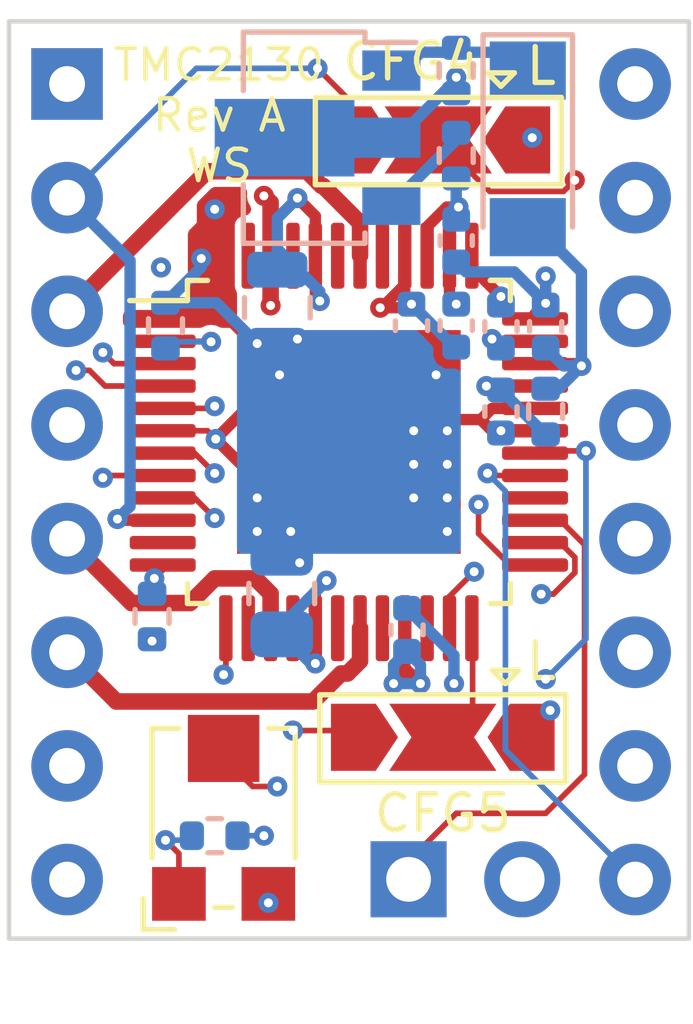
<source format=kicad_pcb>
(kicad_pcb (version 20211014) (generator pcbnew)
  (layers (0 "F.Cu" signal) (1 "In1.Cu" signal "In1_GND.Cu") (2 "In2.Cu" signal "In2_SIG.Cu") (3 "In3.Cu" signal "In3_GND.Cu") (4 "In4.Cu" signal "In4_SIG.Cu") (31 "B.Cu" signal) (34 "B.Paste" user) (35 "F.Paste" user) (36 "B.SilkS" user "B.Silkscreen") (37 "F.SilkS" user "F.Silkscreen") (38 "B.Mask" user) (39 "F.Mask" user) (44 "Edge.Cuts" user))
  (property "AUTHOR" "Winnie Szeto")
  (property "PROJECT_REVISION" "A01")
  (property "PROJECT_TITLE" "WS Template Project")
  (net 0 "")
  (net 1 "GND")
  (net 2 "VDD")
  (net 3 "/1B")
  (net 4 "/1A")
  (net 5 "/2A")
  (net 6 "/2B")
  (net 7 "Vdrive")
  (net 8 "/CFG6")
  (net 9 "/MS1")
  (net 10 "/MS2")
  (net 11 "/MS3")
  (net 12 "/CFG0")
  (net 13 "/DC0")
  (net 14 "/STEP")
  (net 15 "/DIR")
  (net 16 "+5V")
  (net 17 "VCC")
  (net 18 "/VSA")
  (net 19 "Net-(C4-Pad1)")
  (net 20 "Net-(C4-Pad2)")
  (net 21 "Net-(C5-Pad2)")
  (net 22 "Net-(D1-Pad1)")
  (net 23 "/DIAG1")
  (net 24 "/DIAG0")
  (net 25 "/CFG5")
  (net 26 "/CFG4")
  (net 27 "Net-(Q1-Pad3)")
  (net 28 "/SPI_MODE")
  (net 29 "/CLK")
  (net 30 "Net-(R3-Pad2)")
  (net 31 "Net-(R7-Pad1)")
  (net 32 "Net-(R8-Pad2)")
  (net 33 "/IREF")
  (footprint "Package_QFP:TQFP-48-1EP_7x7mm_P0.5mm_EP5x5mm" (layer "F.Cu") (at 122.3 94)
    (fp_text reference "U1" hide)
    (fp_text value "TMC2130-TA")
    (fp_line (start 3.61 -3.61) (end 3.61 -3.16) (layer "F.SilkS") (width 0.12))
    (fp_line (start -3.61 -3.16) (end -4.9 -3.16) (layer "F.SilkS") (width 0.12))
    (fp_line (start -3.61 3.61) (end -3.61 3.16) (layer "F.SilkS") (width 0.12))
    (fp_line (start 3.16 -3.61) (end 3.61 -3.61) (layer "F.SilkS") (width 0.12))
    (fp_line (start 3.61 3.61) (end 3.61 3.16) (layer "F.SilkS") (width 0.12))
    (fp_line (start -3.16 3.61) (end -3.61 3.61) (layer "F.SilkS") (width 0.12))
    (fp_line (start 3.16 3.61) (end 3.61 3.61) (layer "F.SilkS") (width 0.12))
    (fp_line (start -3.61 -3.61) (end -3.61 -3.16) (layer "F.SilkS") (width 0.12))
    (fp_line (start -3.16 -3.61) (end -3.61 -3.61) (layer "F.SilkS") (width 0.12))
    (pad "1" smd roundrect (at -4.1625 -2.75) (size 1.475 0.3) (layers "F.Cu" "F.Paste" "F.Mask") (net 1 "GND"))
    (pad "2" smd roundrect (at -4.1625 -2.25) (size 1.475 0.3) (layers "F.Cu" "F.Paste" "F.Mask") (net 29 "/CLK"))
    (pad "3" smd roundrect (at -4.1625 -1.75) (size 1.475 0.3) (layers "F.Cu" "F.Paste" "F.Mask") (net 11 "/MS3"))
    (pad "4" smd roundrect (at -4.1625 -1.25) (size 1.475 0.3) (layers "F.Cu" "F.Paste" "F.Mask") (net 10 "/MS2"))
    (pad "5" smd roundrect (at -4.1625 -0.75) (size 1.475 0.3) (layers "F.Cu" "F.Paste" "F.Mask") (net 9 "/MS1"))
    (pad "6" smd roundrect (at -4.1625 -0.25) (size 1.475 0.3) (layers "F.Cu" "F.Paste" "F.Mask") (net 1 "GND"))
    (pad "7" smd roundrect (at -4.1625 0.25) (size 1.475 0.3) (layers "F.Cu" "F.Paste" "F.Mask") (net 12 "/CFG0"))
    (pad "8" smd roundrect (at -4.1625 0.75) (size 1.475 0.3) (layers "F.Cu" "F.Paste" "F.Mask") (net 14 "/STEP"))
    (pad "9" smd roundrect (at -4.1625 1.25) (size 1.475 0.3) (layers "F.Cu" "F.Paste" "F.Mask") (net 15 "/DIR"))
    (pad "10" smd roundrect (at -4.1625 1.75) (size 1.475 0.3) (layers "F.Cu" "F.Paste" "F.Mask") (net 2 "VDD"))
    (pad "11" smd roundrect (at -4.1625 2.25) (size 1.475 0.3) (layers "F.Cu" "F.Paste" "F.Mask"))
    (pad "12" smd roundrect (at -4.1625 2.75) (size 1.475 0.3) (layers "F.Cu" "F.Paste" "F.Mask") (net 28 "/SPI_MODE"))
    (pad "13" smd roundrect (at -2.75 4.1625) (size 0.3 1.475) (layers "F.Cu" "F.Paste" "F.Mask") (net 1 "GND"))
    (pad "14" smd roundrect (at -2.25 4.1625) (size 0.3 1.475) (layers "F.Cu" "F.Paste" "F.Mask"))
    (pad "15" smd roundrect (at -1.75 4.1625) (size 0.3 1.475) (layers "F.Cu" "F.Paste" "F.Mask") (net 5 "/2A"))
    (pad "16" smd roundrect (at -1.25 4.1625) (size 0.3 1.475) (layers "F.Cu" "F.Paste" "F.Mask"))
    (pad "17" smd roundrect (at -0.75 4.1625) (size 0.3 1.475) (layers "F.Cu" "F.Paste" "F.Mask") (net 32 "Net-(R8-Pad2)"))
    (pad "18" smd roundrect (at -0.25 4.1625) (size 0.3 1.475) (layers "F.Cu" "F.Paste" "F.Mask"))
    (pad "19" smd roundrect (at 0.25 4.1625) (size 0.3 1.475) (layers "F.Cu" "F.Paste" "F.Mask") (net 6 "/2B"))
    (pad "20" smd roundrect (at 0.75 4.1625) (size 0.3 1.475) (layers "F.Cu" "F.Paste" "F.Mask"))
    (pad "21" smd roundrect (at 1.25 4.1625) (size 0.3 1.475) (layers "F.Cu" "F.Paste" "F.Mask") (net 7 "Vdrive"))
    (pad "22" smd roundrect (at 1.75 4.1625) (size 0.3 1.475) (layers "F.Cu" "F.Paste" "F.Mask"))
    (pad "23" smd roundrect (at 2.25 4.1625) (size 0.3 1.475) (layers "F.Cu" "F.Paste" "F.Mask") (net 13 "/DC0"))
    (pad "24" smd roundrect (at 2.75 4.1625) (size 0.3 1.475) (layers "F.Cu" "F.Paste" "F.Mask") (net 26 "/CFG4"))
    (pad "25" smd roundrect (at 4.1625 2.75) (size 1.475 0.3) (layers "F.Cu" "F.Paste" "F.Mask") (net 25 "/CFG5"))
    (pad "26" smd roundrect (at 4.1625 2.25) (size 1.475 0.3) (layers "F.Cu" "F.Paste" "F.Mask") (net 24 "/DIAG0"))
    (pad "27" smd roundrect (at 4.1625 1.75) (size 1.475 0.3) (layers "F.Cu" "F.Paste" "F.Mask") (net 23 "/DIAG1"))
    (pad "28" smd roundrect (at 4.1625 1.25) (size 1.475 0.3) (layers "F.Cu" "F.Paste" "F.Mask"))
    (pad "29" smd roundrect (at 4.1625 0.75) (size 1.475 0.3) (layers "F.Cu" "F.Paste" "F.Mask") (net 8 "/CFG6"))
    (pad "30" smd roundrect (at 4.1625 0.25) (size 1.475 0.3) (layers "F.Cu" "F.Paste" "F.Mask") (net 33 "/IREF"))
    (pad "31" smd roundrect (at 4.1625 -0.25) (size 1.475 0.3) (layers "F.Cu" "F.Paste" "F.Mask") (net 1 "GND"))
    (pad "32" smd roundrect (at 4.1625 -0.75) (size 1.475 0.3) (layers "F.Cu" "F.Paste" "F.Mask") (net 1 "GND"))
    (pad "33" smd roundrect (at 4.1625 -1.25) (size 1.475 0.3) (layers "F.Cu" "F.Paste" "F.Mask") (net 16 "+5V"))
    (pad "34" smd roundrect (at 4.1625 -1.75) (size 1.475 0.3) (layers "F.Cu" "F.Paste" "F.Mask") (net 17 "VCC"))
    (pad "35" smd roundrect (at 4.1625 -2.25) (size 1.475 0.3) (layers "F.Cu" "F.Paste" "F.Mask") (net 20 "Net-(C4-Pad2)"))
    (pad "36" smd roundrect (at 4.1625 -2.75) (size 1.475 0.3) (layers "F.Cu" "F.Paste" "F.Mask") (net 1 "GND"))
    (pad "37" smd roundrect (at 2.75 -4.1625) (size 0.3 1.475) (layers "F.Cu" "F.Paste" "F.Mask") (net 19 "Net-(C4-Pad1)"))
    (pad "38" smd roundrect (at 2.25 -4.1625) (size 0.3 1.475) (layers "F.Cu" "F.Paste" "F.Mask") (net 21 "Net-(C5-Pad2)"))
    (pad "39" smd roundrect (at 1.75 -4.1625) (size 0.3 1.475) (layers "F.Cu" "F.Paste" "F.Mask") (net 18 "/VSA"))
    (pad "40" smd roundrect (at 1.25 -4.1625) (size 0.3 1.475) (layers "F.Cu" "F.Paste" "F.Mask") (net 7 "Vdrive"))
    (pad "41" smd roundrect (at 0.75 -4.1625) (size 0.3 1.475) (layers "F.Cu" "F.Paste" "F.Mask"))
    (pad "42" smd roundrect (at 0.25 -4.1625) (size 0.3 1.475) (layers "F.Cu" "F.Paste" "F.Mask") (net 3 "/1B"))
    (pad "43" smd roundrect (at -0.25 -4.1625) (size 0.3 1.475) (layers "F.Cu" "F.Paste" "F.Mask"))
    (pad "44" smd roundrect (at -0.75 -4.1625) (size 0.3 1.475) (layers "F.Cu" "F.Paste" "F.Mask") (net 31 "Net-(R7-Pad1)"))
    (pad "45" smd roundrect (at -1.25 -4.1625) (size 0.3 1.475) (layers "F.Cu" "F.Paste" "F.Mask"))
    (pad "46" smd roundrect (at -1.75 -4.1625) (size 0.3 1.475) (layers "F.Cu" "F.Paste" "F.Mask") (net 4 "/1A"))
    (pad "47" smd roundrect (at -2.25 -4.1625) (size 0.3 1.475) (layers "F.Cu" "F.Paste" "F.Mask"))
    (pad "48" smd roundrect (at -2.75 -4.1625) (size 0.3 1.475) (layers "F.Cu" "F.Paste" "F.Mask") (net 1 "GND"))
    (pad "49" smd rect (at 0 0) (size 5 5) (layers "F.Cu" "F.Mask") (net 1 "GND"))
  )
  (footprint "Jumper:SolderJumper-3_P2.0mm_Open_TrianglePad1.0x1.5mm" (layer "F.Cu") (at 124.4 100.6 180)
    (fp_text reference "JP2" hide)
    (fp_text value "CFG4")
    (fp_line (start -2.75 0.95) (end -2.75 -1) (layer "F.SilkS") (width 0.12))
    (fp_line (start -2.75 -1) (end 2.75 -1) (layer "F.SilkS") (width 0.12))
    (fp_line (start -1.1 1.5) (end -1.4 1.2) (layer "F.SilkS") (width 0.12))
    (fp_line (start 2.75 0.95) (end -2.75 0.95) (layer "F.SilkS") (width 0.12))
    (fp_line (start 2.75 -1) (end 2.75 0.95) (layer "F.SilkS") (width 0.12))
    (fp_line (start -1.4 1.2) (end -1.7 1.5) (layer "F.SilkS") (width 0.12))
    (fp_line (start -1.7 1.5) (end -1.1 1.5) (layer "F.SilkS") (width 0.12))
    (pad "1" smd custom (at -2 0 180) (size 0.3 0.3) (layers "F.Cu" "F.Mask") (net 1 "GND") (options (clearance outline) (anchor rect)) (primitives (gr_poly (pts (xy 1 0) (xy 0.5 0.75) (xy -0.5 0.75) (xy -0.5 -0.75) (xy 0.5 -0.75)) (width 0) (fill yes))))
    (pad "2" smd custom (at 0 0 180) (size 0.3 0.3) (layers "F.Cu") (net 26 "/CFG4") (options (clearance outline) (anchor rect)) (primitives (gr_poly (pts (xy 0.7 0) (xy 1.2 0.75) (xy -1.2 0.75) (xy -0.7 0) (xy -1.2 -0.75) (xy 1.2 -0.75)) (width 0) (fill yes))))
    (pad "3" smd custom (at 2 0) (size 0.3 0.3) (layers "F.Cu" "F.Mask") (net 2 "VDD") (options (clearance outline) (anchor rect)) (primitives (gr_poly (pts (xy 1 0) (xy 0.5 0.75) (xy -0.5 0.75) (xy -0.5 -0.75) (xy 0.5 -0.75)) (width 0) (fill yes))))
  )
  (footprint "Connector_PinHeader_2.54mm:PinHeader_1x02_P2.54mm_Vertical" (layer "F.Cu") (at 123.635 103.775 90)
    (fp_text reference "J1" hide)
    (fp_text value "DIAG")
    (pad "1" thru_hole rect (at 0 0 90) (size 1.7 1.7) (drill 1) (layers *.Cu *.Mask) (net 23 "/DIAG1"))
    (pad "2" thru_hole oval (at 0 2.54 90) (size 1.7 1.7) (drill 1) (layers *.Cu *.Mask) (net 24 "/DIAG0"))
  )
  (footprint "Module:Pololu_Breakout-16_15.2x20.3mm" (layer "F.Cu") (at 116 86)
    (fp_text reference "A1" hide)
    (fp_text value "Stepstick")
    (pad "1" thru_hole rect (at 0 0) (size 1.6 1.6) (drill 0.8) (layers *.Cu *.Mask) (net 1 "GND"))
    (pad "2" thru_hole oval (at 0 2.54) (size 1.6 1.6) (drill 0.8) (layers *.Cu *.Mask) (net 2 "VDD"))
    (pad "3" thru_hole oval (at 0 5.08) (size 1.6 1.6) (drill 0.8) (layers *.Cu *.Mask) (net 3 "/1B"))
    (pad "4" thru_hole oval (at 0 7.62) (size 1.6 1.6) (drill 0.8) (layers *.Cu *.Mask) (net 4 "/1A"))
    (pad "5" thru_hole oval (at 0 10.16) (size 1.6 1.6) (drill 0.8) (layers *.Cu *.Mask) (net 5 "/2A"))
    (pad "6" thru_hole oval (at 0 12.7) (size 1.6 1.6) (drill 0.8) (layers *.Cu *.Mask) (net 6 "/2B"))
    (pad "7" thru_hole oval (at 0 15.24) (size 1.6 1.6) (drill 0.8) (layers *.Cu *.Mask) (net 1 "GND"))
    (pad "8" thru_hole oval (at 0 17.78) (size 1.6 1.6) (drill 0.8) (layers *.Cu *.Mask) (net 7 "Vdrive"))
    (pad "9" thru_hole oval (at 12.7 17.78) (size 1.6 1.6) (drill 0.8) (layers *.Cu *.Mask) (net 8 "/CFG6"))
    (pad "10" thru_hole oval (at 12.7 15.24) (size 1.6 1.6) (drill 0.8) (layers *.Cu *.Mask) (net 9 "/MS1"))
    (pad "11" thru_hole oval (at 12.7 12.7) (size 1.6 1.6) (drill 0.8) (layers *.Cu *.Mask) (net 10 "/MS2"))
    (pad "12" thru_hole oval (at 12.7 10.16) (size 1.6 1.6) (drill 0.8) (layers *.Cu *.Mask) (net 11 "/MS3"))
    (pad "13" thru_hole oval (at 12.7 7.62) (size 1.6 1.6) (drill 0.8) (layers *.Cu *.Mask) (net 12 "/CFG0"))
    (pad "14" thru_hole oval (at 12.7 5.08) (size 1.6 1.6) (drill 0.8) (layers *.Cu *.Mask) (net 13 "/DC0"))
    (pad "15" thru_hole oval (at 12.7 2.54) (size 1.6 1.6) (drill 0.8) (layers *.Cu *.Mask) (net 14 "/STEP"))
    (pad "16" thru_hole oval (at 12.7 0) (size 1.6 1.6) (drill 0.8) (layers *.Cu *.Mask) (net 15 "/DIR"))
  )
  (footprint "Potentiometer_SMD:Potentiometer_Bourns_TC33X_Vertical" (layer "F.Cu") (at 119.5 102.3 90)
    (fp_text reference "RV1" hide)
    (fp_text value "20K")
    (fp_line (start 1.9 -1.6) (end 1.9 -1) (layer "F.SilkS") (width 0.12))
    (fp_line (start -1 1.6) (end 1.9 1.6) (layer "F.SilkS") (width 0.12))
    (fp_line (start -1 -1.6) (end 1.9 -1.6) (layer "F.SilkS") (width 0.12))
    (fp_line (start -1.9 -1.8) (end -2.6 -1.8) (layer "F.SilkS") (width 0.12))
    (fp_line (start -2.1 -0.2) (end -2.1 0.2) (layer "F.SilkS") (width 0.12))
    (fp_line (start 1.9 1.6) (end 1.9 1) (layer "F.SilkS") (width 0.12))
    (fp_line (start -2.6 -1.8) (end -2.6 -1.1) (layer "F.SilkS") (width 0.12))
    (pad "1" smd rect (at -1.8 -1 90) (size 1.2 1.2) (layers "F.Cu" "F.Paste" "F.Mask") (net 30 "Net-(R3-Pad2)"))
    (pad "2" smd rect (at 1.45 0 90) (size 1.5 1.6) (layers "F.Cu" "F.Paste" "F.Mask") (net 33 "/IREF"))
    (pad "3" smd rect (at -1.8 1 90) (size 1.2 1.2) (layers "F.Cu" "F.Paste" "F.Mask") (net 1 "GND"))
  )
  (footprint "Jumper:SolderJumper-3_P2.0mm_Open_TrianglePad1.0x1.5mm" (layer "F.Cu") (at 124.3 87.25 180)
    (fp_text reference "JP1" hide)
    (fp_text value "CFG5")
    (fp_line (start 2.75 -1) (end 2.75 0.95) (layer "F.SilkS") (width 0.12))
    (fp_line (start -1.1 1.5) (end -1.4 1.2) (layer "F.SilkS") (width 0.12))
    (fp_line (start -2.75 -1) (end 2.75 -1) (layer "F.SilkS") (width 0.12))
    (fp_line (start -1.4 1.2) (end -1.7 1.5) (layer "F.SilkS") (width 0.12))
    (fp_line (start -2.75 0.95) (end -2.75 -1) (layer "F.SilkS") (width 0.12))
    (fp_line (start -1.7 1.5) (end -1.1 1.5) (layer "F.SilkS") (width 0.12))
    (fp_line (start 2.75 0.95) (end -2.75 0.95) (layer "F.SilkS") (width 0.12))
    (pad "1" smd custom (at -2 0 180) (size 0.3 0.3) (layers "F.Cu" "F.Mask") (net 1 "GND") (options (clearance outline) (anchor rect)) (primitives (gr_poly (pts (xy 1 0) (xy 0.5 0.75) (xy -0.5 0.75) (xy -0.5 -0.75) (xy 0.5 -0.75)) (width 0) (fill yes))))
    (pad "2" smd custom (at 0 0 180) (size 0.3 0.3) (layers "F.Cu") (net 25 "/CFG5") (options (clearance outline) (anchor rect)) (primitives (gr_poly (pts (xy 0.7 0) (xy 1.2 0.75) (xy -1.2 0.75) (xy -0.7 0) (xy -1.2 -0.75) (xy 1.2 -0.75)) (width 0) (fill yes))))
    (pad "3" smd custom (at 2 0) (size 0.3 0.3) (layers "F.Cu" "F.Mask") (net 2 "VDD") (options (clearance outline) (anchor rect)) (primitives (gr_poly (pts (xy 1 0) (xy 0.5 0.75) (xy -0.5 0.75) (xy -0.5 -0.75) (xy 0.5 -0.75)) (width 0) (fill yes))))
  )
  (footprint "Diode_SMD:D_MiniMELF" (layer "B.Cu") (at 126.3 87.45 -90)
    (fp_text reference "D1" hide)
    (fp_text value "5.6V")
    (fp_line (start 1.75 1) (end -2.55 1) (layer "B.SilkS") (width 0.12))
    (fp_line (start -2.55 -1) (end 1.75 -1) (layer "B.SilkS") (width 0.12))
    (fp_line (start -2.55 1) (end -2.55 -1) (layer "B.SilkS") (width 0.12))
    (pad "1" smd rect (at -1.75 0 270) (size 1.3 1.7) (layers "B.Cu" "B.Paste" "B.Mask") (net 22 "Net-(D1-Pad1)"))
    (pad "2" smd rect (at 1.75 0 270) (size 1.3 1.7) (layers "B.Cu" "B.Paste" "B.Mask") (net 17 "VCC"))
  )
  (footprint "Resistor_SMD:R_0402_1005Metric" (layer "B.Cu") (at 118.2 91.4 90)
    (fp_text reference "R2" hide)
    (fp_text value "0R")
    (fp_line (start -0.153641 -0.38) (end 0.153641 -0.38) (layer "B.SilkS") (width 0.12))
    (fp_line (start -0.153641 0.38) (end 0.153641 0.38) (layer "B.SilkS") (width 0.12))
    (pad "1" smd roundrect (at -0.51 0 90) (size 0.54 0.64) (layers "B.Cu" "B.Paste" "B.Mask") (net 29 "/CLK"))
    (pad "2" smd roundrect (at 0.51 0 90) (size 0.54 0.64) (layers "B.Cu" "B.Paste" "B.Mask") (net 1 "GND"))
  )
  (footprint "Resistor_SMD:R_0402_1005Metric" (layer "B.Cu") (at 119.3 102.8 180)
    (fp_text reference "R3" hide)
    (fp_text value "20K")
    (fp_line (start -0.153641 -0.38) (end 0.153641 -0.38) (layer "B.SilkS") (width 0.12))
    (fp_line (start -0.153641 0.38) (end 0.153641 0.38) (layer "B.SilkS") (width 0.12))
    (pad "1" smd roundrect (at -0.51 0 180) (size 0.54 0.64) (layers "B.Cu" "B.Paste" "B.Mask") (net 16 "+5V"))
    (pad "2" smd roundrect (at 0.51 0 180) (size 0.54 0.64) (layers "B.Cu" "B.Paste" "B.Mask") (net 30 "Net-(R3-Pad2)"))
  )
  (footprint "Capacitor_SMD:C_0402_1005Metric" (layer "B.Cu") (at 124.7 89.5 -90)
    (fp_text reference "C3" hide)
    (fp_text value "220nF/16V")
    (fp_line (start -0.107836 0.36) (end 0.107836 0.36) (layer "B.SilkS") (width 0.12))
    (fp_line (start -0.107836 -0.36) (end 0.107836 -0.36) (layer "B.SilkS") (width 0.12))
    (pad "1" smd roundrect (at -0.48 0 270) (size 0.56 0.62) (layers "B.Cu" "B.Paste" "B.Mask") (net 18 "/VSA"))
    (pad "2" smd roundrect (at 0.48 0 270) (size 0.56 0.62) (layers "B.Cu" "B.Paste" "B.Mask") (net 1 "GND"))
  )
  (footprint "Capacitor_SMD:C_0402_1005Metric" (layer "B.Cu") (at 125.7 91.42 -90)
    (fp_text reference "C4" hide)
    (fp_text value "22nF/50V")
    (fp_line (start -0.107836 0.36) (end 0.107836 0.36) (layer "B.SilkS") (width 0.12))
    (fp_line (start -0.107836 -0.36) (end 0.107836 -0.36) (layer "B.SilkS") (width 0.12))
    (pad "1" smd roundrect (at -0.48 0 270) (size 0.56 0.62) (layers "B.Cu" "B.Paste" "B.Mask") (net 19 "Net-(C4-Pad1)"))
    (pad "2" smd roundrect (at 0.48 0 270) (size 0.56 0.62) (layers "B.Cu" "B.Paste" "B.Mask") (net 20 "Net-(C4-Pad2)"))
  )
  (footprint "Resistor_SMD:R_0805_2012Metric" (layer "B.Cu") (at 120.7 91 -90)
    (fp_text reference "R7" hide)
    (fp_text value "0805/0.11R")
    (fp_line (start -0.227064 -0.735) (end 0.227064 -0.735) (layer "B.SilkS") (width 0.12))
    (fp_line (start -0.227064 0.735) (end 0.227064 0.735) (layer "B.SilkS") (width 0.12))
    (pad "1" smd roundrect (at -0.85 0 270) (size 0.8 1.35) (layers "B.Cu" "B.Paste" "B.Mask") (roundrect_rratio 0.243902) (net 31 "Net-(R7-Pad1)"))
    (pad "2" smd roundrect (at 0.85 0 270) (size 0.8 1.35) (layers "B.Cu" "B.Paste" "B.Mask") (roundrect_rratio 0.243902) (net 1 "GND"))
  )
  (footprint "Resistor_SMD:R_0402_1005Metric" (layer "B.Cu") (at 117.9 97.9 -90)
    (fp_text reference "R1" hide)
    (fp_text value "0R")
    (fp_line (start -0.153641 0.38) (end 0.153641 0.38) (layer "B.SilkS") (width 0.12))
    (fp_line (start -0.153641 -0.38) (end 0.153641 -0.38) (layer "B.SilkS") (width 0.12))
    (pad "1" smd roundrect (at -0.51 0 270) (size 0.54 0.64) (layers "B.Cu" "B.Paste" "B.Mask") (net 28 "/SPI_MODE"))
    (pad "2" smd roundrect (at 0.51 0 270) (size 0.54 0.64) (layers "B.Cu" "B.Paste" "B.Mask") (net 1 "GND"))
  )
  (footprint "Capacitor_SMD:C_0402_1005Metric" (layer "B.Cu") (at 126.7 91.42 90)
    (fp_text reference "C2" hide)
    (fp_text value "470nF")
    (fp_line (start -0.107836 -0.36) (end 0.107836 -0.36) (layer "B.SilkS") (width 0.12))
    (fp_line (start -0.107836 0.36) (end 0.107836 0.36) (layer "B.SilkS") (width 0.12))
    (pad "1" smd roundrect (at -0.48 0 90) (size 0.56 0.62) (layers "B.Cu" "B.Paste" "B.Mask") (net 17 "VCC"))
    (pad "2" smd roundrect (at 0.48 0 90) (size 0.56 0.62) (layers "B.Cu" "B.Paste" "B.Mask") (net 1 "GND"))
  )
  (footprint "Resistor_SMD:R_0402_1005Metric" (layer "B.Cu") (at 126.7 93.32 90)
    (fp_text reference "R5" hide)
    (fp_text value "1R")
    (fp_line (start -0.153641 -0.38) (end 0.153641 -0.38) (layer "B.SilkS") (width 0.12))
    (fp_line (start -0.153641 0.38) (end 0.153641 0.38) (layer "B.SilkS") (width 0.12))
    (pad "1" smd roundrect (at -0.51 0 90) (size 0.54 0.64) (layers "B.Cu" "B.Paste" "B.Mask") (net 16 "+5V"))
    (pad "2" smd roundrect (at 0.51 0 90) (size 0.54 0.64) (layers "B.Cu" "B.Paste" "B.Mask") (net 17 "VCC"))
  )
  (footprint "Resistor_SMD:R_0805_2012Metric" (layer "B.Cu") (at 120.8 97.3875 -90)
    (fp_text reference "R8" hide)
    (fp_text value "0805/0.11R")
    (fp_line (start -0.227064 0.735) (end 0.227064 0.735) (layer "B.SilkS") (width 0.12))
    (fp_line (start -0.227064 -0.735) (end 0.227064 -0.735) (layer "B.SilkS") (width 0.12))
    (pad "1" smd roundrect (at -0.9125 0 270) (size 1.025 1.4) (layers "B.Cu" "B.Paste" "B.Mask") (roundrect_rratio 0.243902) (net 1 "GND"))
    (pad "2" smd roundrect (at 0.9125 0 270) (size 1.025 1.4) (layers "B.Cu" "B.Paste" "B.Mask") (roundrect_rratio 0.243902) (net 32 "Net-(R8-Pad2)"))
  )
  (footprint "Capacitor_SMD:C_0402_1005Metric" (layer "B.Cu") (at 125.7 93.32 -90)
    (fp_text reference "C1" hide)
    (fp_text value "4.7uF")
    (fp_line (start -0.107836 0.36) (end 0.107836 0.36) (layer "B.SilkS") (width 0.12))
    (fp_line (start -0.107836 -0.36) (end 0.107836 -0.36) (layer "B.SilkS") (width 0.12))
    (pad "1" smd roundrect (at -0.48 0 270) (size 0.56 0.62) (layers "B.Cu" "B.Paste" "B.Mask") (net 16 "+5V"))
    (pad "2" smd roundrect (at 0.48 0 270) (size 0.56 0.62) (layers "B.Cu" "B.Paste" "B.Mask") (net 1 "GND"))
  )
  (footprint "Capacitor_SMD:C_0402_1005Metric" (layer "B.Cu") (at 124.7 91.4 90)
    (fp_text reference "C5" hide)
    (fp_text value "100nF/16V")
    (fp_line (start -0.107836 -0.36) (end 0.107836 -0.36) (layer "B.SilkS") (width 0.12))
    (fp_line (start -0.107836 0.36) (end 0.107836 0.36) (layer "B.SilkS") (width 0.12))
    (pad "1" smd roundrect (at -0.48 0 90) (size 0.56 0.62) (layers "B.Cu" "B.Paste" "B.Mask") (net 7 "Vdrive"))
    (pad "2" smd roundrect (at 0.48 0 90) (size 0.56 0.62) (layers "B.Cu" "B.Paste" "B.Mask") (net 21 "Net-(C5-Pad2)"))
  )
  (footprint "Capacitor_SMD:C_0402_1005Metric" (layer "B.Cu") (at 123.7 91.4 -90)
    (fp_text reference "C6" hide)
    (fp_text value "100nF")
    (fp_line (start -0.107836 0.36) (end 0.107836 0.36) (layer "B.SilkS") (width 0.12))
    (fp_line (start -0.107836 -0.36) (end 0.107836 -0.36) (layer "B.SilkS") (width 0.12))
    (pad "1" smd roundrect (at -0.48 0 270) (size 0.56 0.62) (layers "B.Cu" "B.Paste" "B.Mask") (net 7 "Vdrive"))
    (pad "2" smd roundrect (at 0.48 0 270) (size 0.56 0.62) (layers "B.Cu" "B.Paste" "B.Mask") (net 1 "GND"))
  )
  (footprint "Package_TO_SOT_SMD:SOT-89-3" (layer "B.Cu") (at 121.6 87.2 180)
    (fp_text reference "Q1" hide)
    (fp_text value "BCX56")
    (fp_line (start -1.06 -2.36) (end -1.06 -2.13) (layer "B.SilkS") (width 0.12))
    (fp_line (start -1.06 2.36) (end 1.66 2.36) (layer "B.SilkS") (width 0.12))
    (fp_line (start 1.66 2.36) (end 1.66 1.05) (layer "B.SilkS") (width 0.12))
    (fp_line (start -2.2 2.13) (end -1.06 2.13) (layer "B.SilkS") (width 0.12))
    (fp_line (start 1.66 -2.36) (end -1.06 -2.36) (layer "B.SilkS") (width 0.12))
    (fp_line (start 1.66 -1.05) (end 1.66 -2.36) (layer "B.SilkS") (width 0.12))
    (fp_line (start -1.06 2.36) (end -1.06 2.13) (layer "B.SilkS") (width 0.12))
    (pad "1" smd rect (at -1.65 1.5 180) (size 1.3 0.9) (layers "B.Cu" "B.Paste" "B.Mask") (net 22 "Net-(D1-Pad1)"))
    (pad "2" smd custom (at -1.5625 0 180) (size 1.475 0.9) (layers "B.Cu" "B.Paste" "B.Mask") (net 7 "Vdrive") (options (clearance outline) (anchor rect)) (primitives (gr_poly (pts (xy 3.8625 0.8665) (xy 0.7375 0.8665) (xy 0.7375 -0.8665) (xy 3.8625 -0.8665)) (width 0) (fill yes))))
    (pad "3" smd rect (at -1.65 -1.5 180) (size 1.3 0.9) (layers "B.Cu" "B.Paste" "B.Mask") (net 27 "Net-(Q1-Pad3)"))
  )
  (footprint "Resistor_SMD:R_0402_1005Metric" (layer "B.Cu") (at 124.7 85.7 90)
    (fp_text reference "R4" hide)
    (fp_text value "22K")
    (fp_line (start -0.153641 -0.38) (end 0.153641 -0.38) (layer "B.SilkS") (width 0.12))
    (fp_line (start -0.153641 0.38) (end 0.153641 0.38) (layer "B.SilkS") (width 0.12))
    (pad "1" smd roundrect (at -0.51 0 90) (size 0.54 0.64) (layers "B.Cu" "B.Paste" "B.Mask") (net 7 "Vdrive"))
    (pad "2" smd roundrect (at 0.51 0 90) (size 0.54 0.64) (layers "B.Cu" "B.Paste" "B.Mask") (net 22 "Net-(D1-Pad1)"))
  )
  (footprint "Capacitor_SMD:C_0402_1005Metric" (layer "B.Cu") (at 123.6 98.2 90)
    (fp_text reference "C7" hide)
    (fp_text value "100nF")
    (fp_line (start -0.107836 0.36) (end 0.107836 0.36) (layer "B.SilkS") (width 0.12))
    (fp_line (start -0.107836 -0.36) (end 0.107836 -0.36) (layer "B.SilkS") (width 0.12))
    (pad "1" smd roundrect (at -0.48 0 90) (size 0.56 0.62) (layers "B.Cu" "B.Paste" "B.Mask") (net 7 "Vdrive"))
    (pad "2" smd roundrect (at 0.48 0 90) (size 0.56 0.62) (layers "B.Cu" "B.Paste" "B.Mask") (net 1 "GND"))
  )
  (footprint "Resistor_SMD:R_0402_1005Metric" (layer "B.Cu") (at 124.7 87.6 -90)
    (fp_text reference "R6" hide)
    (fp_text value "100R")
    (fp_line (start -0.153641 0.38) (end 0.153641 0.38) (layer "B.SilkS") (width 0.12))
    (fp_line (start -0.153641 -0.38) (end 0.153641 -0.38) (layer "B.SilkS") (width 0.12))
    (pad "1" smd roundrect (at -0.51 0 270) (size 0.54 0.64) (layers "B.Cu" "B.Paste" "B.Mask") (net 27 "Net-(Q1-Pad3)"))
    (pad "2" smd roundrect (at 0.51 0 270) (size 0.54 0.64) (layers "B.Cu" "B.Paste" "B.Mask") (net 18 "/VSA"))
  )
  (gr_line (start 114.7 105.1) (end 114.7 84.6) (layer "Edge.Cuts") (width 0.1))
  (gr_line (start 114.7 84.6) (end 129.9 84.6) (layer "Edge.Cuts") (width 0.1))
  (gr_line (start 129.9 84.6) (end 129.9 105.1) (layer "Edge.Cuts") (width 0.1))
  (gr_line (start 129.9 105.1) (end 114.7 105.1) (layer "Edge.Cuts") (width 0.1))
  (gr_text "CFG4" (at 123.7 85.5) (layer "F.SilkS") (effects (font (size 0.8 0.8) (thickness 0.12))))
  (gr_text "L" (at 126.6 85.6) (layer "F.SilkS") (effects (font (size 0.8 0.8) (thickness 0.12))))
  (gr_text "L" (at 126.6 98.9) (layer "F.SilkS") (effects (font (size 0.8 0.8) (thickness 0.12))))
  (gr_text "TMC2130\nRev A\nWS" (at 119.4 86.7) (layer "F.SilkS") (effects (font (size 0.7 0.7) (thickness 0.1))))
  (gr_text "CFG5\n" (at 124.4 102.3) (layer "F.SilkS") (effects (font (size 0.8 0.8) (thickness 0.12))))
  (segment (start 126.4625 91.25) (end 126.4625 91.1375) (width 0.254) (layer "F.Cu") (net 1))
  (segment (start 126.7 91.0125) (end 126.4625 91.25) (width 0.254) (layer "F.Cu") (net 1))
  (segment (start 125.5 93.25) (end 125.25 93.5) (width 0.254) (layer "F.Cu") (net 1))
  (segment (start 120.167787 91.8) (end 119.442791 91.075004) (width 0.254) (layer "F.Cu") (net 1))
  (segment (start 118.1375 91.25) (end 119.267795 91.25) (width 0.127) (layer "F.Cu") (net 1))
  (segment (start 119.267795 91.25) (end 119.442791 91.075004) (width 0.127) (layer "F.Cu") (net 1))
  (segment (start 118.1375 93.75) (end 119.137669 93.75) (width 0.127) (layer "F.Cu") (net 1))
  (segment (start 119 89.9) (end 119.4875 89.9) (width 0.254) (layer "F.Cu") (net 1))
  (segment (start 124.75 93.5) (end 124.5 93.75) (width 0.254) (layer "F.Cu") (net 1))
  (segment (start 121.2 96.7) (end 121.2 96.2) (width 0.254) (layer "F.Cu") (net 1))
  (segment (start 126.4625 93.25) (end 125.5 93.25) (width 0.254) (layer "F.Cu") (net 1))
  (segment (start 119.55 99.15) (end 119.5 99.2) (width 0.127) (layer "F.Cu") (net 1))
  (segment (start 125.25 93.5) (end 125.5 93.75) (width 0.254) (layer "F.Cu") (net 1))
  (segment (start 125.25 93.5) (end 124.75 93.5) (width 0.254) (layer "F.Cu") (net 1))
  (segment (start 119.4875 89.9) (end 119.55 89.8375) (width 0.254) (layer "F.Cu") (net 1))
  (segment (start 120.25 91.8) (end 120.167787 91.8) (width 0.254) (layer "F.Cu") (net 1))
  (segment (start 126.7 90.3) (end 126.7 91.0125) (width 0.254) (layer "F.Cu") (net 1))
  (segment (start 119.137669 93.75) (end 119.322316 93.934647) (width 0.127) (layer "F.Cu") (net 1))
  (segment (start 126.4625 91.1375) (end 126.7 90.9) (width 0.254) (layer "F.Cu") (net 1))
  (segment (start 120.25 94.862331) (end 119.322316 93.934647) (width 0.254) (layer "F.Cu") (net 1))
  (segment (start 125.5 93.75) (end 125.7 93.75) (width 0.254) (layer "F.Cu") (net 1))
  (segment (start 120.75 92.5) (end 120.75 92.506963) (width 0.254) (layer "F.Cu") (net 1))
  (segment (start 120.75 92.506963) (end 119.322316 93.934647) (width 0.254) (layer "F.Cu") (net 1))
  (segment (start 119.55 98.1625) (end 119.55 99.15) (width 0.127) (layer "F.Cu") (net 1))
  (segment (start 126.4625 93.75) (end 125.7 93.75) (width 0.254) (layer "F.Cu") (net 1))
  (segment (start 120.25 95.25) (end 120.25 94.862331) (width 0.254) (layer "F.Cu") (net 1))
  (segment (start 121.2 96.2) (end 121 96) (width 0.254) (layer "F.Cu") (net 1))
  (via (at 120.25 96) (size 0.45) (drill 0.2) (layers "F.Cu" "B.Cu") (net 1))
  (via (at 123.75 95.25) (size 0.45) (drill 0.2) (layers "F.Cu" "B.Cu") (net 1))
  (via (at 124.65 99.4) (size 0.45) (drill 0.2) (layers "F.Cu" "B.Cu") (net 1))
  (via (at 126.4 87.2) (size 0.45) (drill 0.2) (layers "F.Cu" "B.Cu") (net 1))
  (via (at 119.5 99.2) (size 0.45) (drill 0.2) (layers "F.Cu" "B.Cu") (net 1))
  (via (at 124.5 93.75) (size 0.45) (drill 0.2) (layers "F.Cu" "B.Cu") (net 1))
  (via (at 119.3 88.8) (size 0.45) (drill 0.2) (layers "F.Cu" "B.Cu") (net 1))
  (via (at 123.75 93.75) (size 0.45) (drill 0.2) (layers "F.Cu" "B.Cu") (net 1))
  (via (at 120.75 92.5) (size 0.45) (drill 0.2) (layers "F.Cu" "B.Cu") (net 1))
  (via (at 124.5 94.5) (size 0.45) (drill 0.2) (layers "F.Cu" "B.Cu") (net 1))
  (via (at 125.7 93.75) (size 0.45) (drill 0.2) (layers "F.Cu" "B.Cu") (net 1))
  (via (at 121.2 96.7) (size 0.45) (drill 0.2) (layers "F.Cu" "B.Cu") (net 1))
  (via (at 121.15 91.7) (size 0.45) (drill 0.2) (layers "F.Cu" "B.Cu") (net 1))
  (via (at 123.75 94.5) (size 0.45) (drill 0.2) (layers "F.Cu" "B.Cu") (net 1))
  (via (at 124.5 96) (size 0.45) (drill 0.2) (layers "F.Cu" "B.Cu") (net 1))
  (via (at 124.25 92.5) (size 0.45) (drill 0.2) (layers "F.Cu" "B.Cu") (net 1))
  (via (at 120.25 91.8) (size 0.45) (drill 0.2) (layers "F.Cu" "B.Cu") (net 1))
  (via (at 117.9 98.45) (size 0.45) (drill 0.2) (layers "F.Cu" "B.Cu") (net 1))
  (via (at 126.8 100) (size 0.45) (drill 0.2) (layers "F.Cu" "B.Cu") (net 1))
  (via (at 121 96) (size 0.45) (drill 0.2) (layers "F.Cu" "B.Cu") (net 1))
  (via (at 120.25 95.25) (size 0.45) (drill 0.2) (layers "F.Cu" "B.Cu") (net 1))
  (via (at 126.7 90.3) (size 0.45) (drill 0.2) (layers "F.Cu" "B.Cu") (net 1))
  (via (at 120.5 104.3) (size 0.45) (drill 0.2) (layers "F.Cu" "B.Cu") (net 1))
  (via (at 119.322316 93.934647) (size 0.45) (drill 0.2) (layers "F.Cu" "B.Cu") (net 1))
  (via (at 126.7 90.9) (size 0.45) (drill 0.2) (layers "F.Cu" "B.Cu") (net 1))
  (via (at 119 89.9) (size 0.45) (drill 0.2) (layers "F.Cu" "B.Cu") (net 1))
  (via (at 124.5 95.25) (size 0.45) (drill 0.2) (layers "F.Cu" "B.Cu") (net 1))
  (segment (start 124.7 89.98) (end 124.92 90.2) (width 0.254) (layer "B.Cu") (net 1))
  (segment (start 123.7 91.88) (end 124.25 92.43) (width 0.254) (layer "B.Cu") (net 1))
  (segment (start 126 90.2) (end 126.7 90.9) (width 0.254) (layer "B.Cu") (net 1))
  (segment (start 117.9 98.41) (end 117.9 98.45) (width 0.127) (layer "B.Cu") (net 1))
  (segment (start 124.65 98.77) (end 124.65 99.4) (width 0.254) (layer "B.Cu") (net 1))
  (segment (start 120.25 91.8) (end 119.34 90.89) (width 0.254) (layer "B.Cu") (net 1))
  (segment (start 119 90.09) (end 118.2 90.89) (width 0.254) (layer "B.Cu") (net 1))
  (segment (start 119.34 90.89) (end 118.2 90.89) (width 0.254) (layer "B.Cu") (net 1))
  (segment (start 124.92 90.2) (end 126 90.2) (width 0.254) (layer "B.Cu") (net 1))
  (segment (start 123.6 97.72) (end 124.65 98.77) (width 0.254) (layer "B.Cu") (net 1))
  (segment (start 124.25 92.43) (end 124.25 92.5) (width 0.254) (layer "B.Cu") (net 1))
  (segment (start 126.7 90.9) (end 126.7 90.3) (width 0.254) (layer "B.Cu") (net 1))
  (segment (start 119 89.9) (end 119 90.09) (width 0.254) (layer "B.Cu") (net 1))
  (segment (start 122.3 86.35) (end 121.6 85.65) (width 0.127) (layer "F.Cu") (net 2))
  (segment (start 122.3 87.25) (end 122.3 86.35) (width 0.127) (layer "F.Cu") (net 2))
  (segment (start 122.4 100.6) (end 122.25 100.45) (width 0.127) (layer "F.Cu") (net 2))
  (segment (start 122.25 100.45) (end 121.05 100.45) (width 0.127) (layer "F.Cu") (net 2))
  (segment (start 118.1375 95.75) (end 117.153871 95.75) (width 0.254) (layer "F.Cu") (net 2))
  (segment (start 117.153871 95.75) (end 117.125891 95.72202) (width 0.254) (layer "F.Cu") (net 2))
  (via (at 117.125891 95.72202) (size 0.45) (drill 0.2) (layers "F.Cu" "B.Cu") (net 2))
  (via (at 121.6 85.65) (size 0.45) (drill 0.2) (layers "F.Cu" "B.Cu") (net 2))
  (via (at 121.05 100.45) (size 0.45) (drill 0.2) (layers "F.Cu" "B.Cu") (net 2))
  (segment (start 118.89 85.65) (end 116 88.54) (width 0.127) (layer "B.Cu") (net 2))
  (segment (start 121.6 85.65) (end 118.89 85.65) (width 0.127) (layer "B.Cu") (net 2))
  (segment (start 117.407762 95.440149) (end 117.125891 95.72202) (width 0.254) (layer "B.Cu") (net 2))
  (segment (start 117.407762 89.947762) (end 117.407762 95.440149) (width 0.254) (layer "B.Cu") (net 2))
  (segment (start 116 88.54) (end 117.407762 89.947762) (width 0.254) (layer "B.Cu") (net 2))
  (segment (start 116 91.08) (end 119.13 87.95) (width 0.37) (layer "F.Cu") (net 3))
  (segment (start 121.68629 88.27452) (end 121.718815 88.27452) (width 0.37) (layer "F.Cu") (net 3))
  (segment (start 122.55 89.105705) (end 122.55 89.8375) (width 0.37) (layer "F.Cu") (net 3))
  (segment (start 121.718815 88.27452) (end 122.55 89.105705) (width 0.37) (layer "F.Cu") (net 3))
  (segment (start 119.13 87.95) (end 121.36177 87.95) (width 0.37) (layer "F.Cu") (net 3))
  (segment (start 121.36177 87.95) (end 121.68629 88.27452) (width 0.37) (layer "F.Cu") (net 3))
  (segment (start 120.55 89.8375) (end 120.55 90.95) (width 0.37) (layer "F.Cu") (net 4))
  (segment (start 120.55 88.65) (end 120.4 88.5) (width 0.37) (layer "F.Cu") (net 4))
  (segment (start 120.55 89.8375) (end 120.55 88.65) (width 0.37) (layer "F.Cu") (net 4))
  (via (at 120.55 90.95) (size 0.45) (drill 0.2) (layers "F.Cu" "B.Cu") (remove_unused_layers) (net 4))
  (via (at 120.4 88.5) (size 0.45) (drill 0.2) (layers "F.Cu" "B.Cu") (remove_unused_layers) (net 4))
  (segment (start 118.75 97.6) (end 117.44 97.6) (width 0.37) (layer "F.Cu") (net 5))
  (segment (start 120.55 97.390352) (end 120.209648 97.05) (width 0.37) (layer "F.Cu") (net 5))
  (segment (start 120.55 98.1625) (end 120.55 97.390352) (width 0.37) (layer "F.Cu") (net 5))
  (segment (start 117.44 97.6) (end 116 96.16) (width 0.37) (layer "F.Cu") (net 5))
  (segment (start 119.3 97.05) (end 118.75 97.6) (width 0.37) (layer "F.Cu") (net 5))
  (segment (start 120.209648 97.05) (end 119.3 97.05) (width 0.37) (layer "F.Cu") (net 5))
  (segment (start 121.5 99.8) (end 122.12548 99.17452) (width 0.37) (layer "F.Cu") (net 6))
  (segment (start 122.269775 99.17452) (end 122.55 98.894295) (width 0.37) (layer "F.Cu") (net 6))
  (segment (start 116 98.7) (end 117.1 99.8) (width 0.37) (layer "F.Cu") (net 6))
  (segment (start 117.1 99.8) (end 121.5 99.8) (width 0.37) (layer "F.Cu") (net 6))
  (segment (start 122.55 98.894295) (end 122.55 98.1625) (width 0.37) (layer "F.Cu") (net 6))
  (segment (start 122.12548 99.17452) (end 122.269775 99.17452) (width 0.37) (layer "F.Cu") (net 6))
  (segment (start 123.55 90.487271) (end 123.037271 91) (width 0.254) (layer "F.Cu") (net 7))
  (segment (start 123.037271 91) (end 123 91) (width 0.254) (layer "F.Cu") (net 7))
  (segment (start 123.55 98.1625) (end 123.55 99.05) (width 0.254) (layer "F.Cu") (net 7))
  (segment (start 123.55 89.8375) (end 123.55 90.487271) (width 0.254) (layer "F.Cu") (net 7))
  (segment (start 123.55 90.77) (end 123.7 90.92) (width 0.254) (layer "F.Cu") (net 7))
  (segment (start 123.7 90.92) (end 123.62 91) (width 0.254) (layer "F.Cu") (net 7))
  (segment (start 123.55 99.15) (end 123.3 99.4) (width 0.254) (layer "F.Cu") (net 7))
  (segment (start 123.55 98.1625) (end 123.55 99.15) (width 0.254) (layer "F.Cu") (net 7))
  (segment (start 123.55 99.05) (end 123.9 99.4) (width 0.254) (layer "F.Cu") (net 7))
  (segment (start 123.62 91) (end 123 91) (width 0.254) (layer "F.Cu") (net 7))
  (segment (start 123.55 89.8375) (end 123.55 90.77) (width 0.254) (layer "F.Cu") (net 7))
  (via (at 124.7 85.85) (size 0.45) (drill 0.2) (layers "F.Cu" "B.Cu") (net 7))
  (via (at 123.7 90.92) (size 0.45) (drill 0.2) (layers "F.Cu" "B.Cu") (remove_unused_layers) (net 7))
  (via (at 123.3 99.4) (size 0.45) (drill 0.2) (layers "F.Cu" "B.Cu") (net 7))
  (via (at 123 91) (size 0.45) (drill 0.2) (layers "F.Cu" "B.Cu") (remove_unused_layers) (net 7))
  (via (at 123.9 99.4) (size 0.45) (drill 0.2) (layers "F.Cu" "B.Cu") (remove_unused_layers) (net 7))
  (segment (start 123.4 87.2) (end 124.7 85.9) (width 0.254) (layer "B.Cu") (net 7))
  (segment (start 123.9 98.98) (end 123.6 98.68) (width 0.254) (layer "B.Cu") (net 7))
  (segment (start 123.6 98.68) (end 123.3 98.98) (width 0.254) (layer "B.Cu") (net 7))
  (segment (start 123.1625 87.2) (end 123.4 87.2) (width 0.254) (layer "B.Cu") (net 7))
  (segment (start 124.7 85.9) (end 124.7 85.85) (width 0.254) (layer "B.Cu") (net 7))
  (segment (start 123.9 99.4) (end 123.3 99.4) (width 0.254) (layer "B.Cu") (net 7))
  (segment (start 124.7 91.88) (end 124.66 91.88) (width 0.254) (layer "B.Cu") (net 7))
  (segment (start 124.66 91.88) (end 123.7 90.92) (width 0.254) (layer "B.Cu") (net 7))
  (segment (start 123.3 98.98) (end 123.3 99.4) (width 0.254) (layer "B.Cu") (net 7))
  (segment (start 123.9 99.4) (end 123.9 98.98) (width 0.254) (layer "B.Cu") (net 7))
  (segment (start 124.7 86.31) (end 124.7 85.85) (width 0.254) (layer "B.Cu") (net 7))
  (segment (start 126.4625 94.75) (end 125.45 94.75) (width 0.127) (layer "F.Cu") (net 8))
  (segment (start 125.45 94.75) (end 125.4 94.7) (width 0.127) (layer "F.Cu") (net 8))
  (via (at 125.4 94.7) (size 0.45) (drill 0.2) (layers "F.Cu" "B.Cu") (net 8))
  (segment (start 128.7 103.78) (end 125.8 100.88) (width 0.127) (layer "B.Cu") (net 8))
  (segment (start 125.8 95.1) (end 125.4 94.7) (width 0.127) (layer "B.Cu") (net 8))
  (segment (start 125.8 100.88) (end 125.8 95.1) (width 0.127) (layer "B.Cu") (net 8))
  (segment (start 118.1375 93.25) (end 119.25 93.25) (width 0.127) (layer "F.Cu") (net 9))
  (segment (start 119.25 93.25) (end 119.3 93.2) (width 0.127) (layer "F.Cu") (net 9))
  (via (at 119.3 93.2) (size 0.45) (drill 0.2) (layers "F.Cu" "B.Cu") (net 9))
  (segment (start 116.85 92.75) (end 116.5 92.4) (width 0.127) (layer "F.Cu") (net 10))
  (segment (start 118.1375 92.75) (end 116.85 92.75) (width 0.127) (layer "F.Cu") (net 10))
  (segment (start 116.5 92.4) (end 116.2 92.4) (width 0.127) (layer "F.Cu") (net 10))
  (via (at 116.2 92.4) (size 0.45) (drill 0.2) (layers "F.Cu" "B.Cu") (net 10))
  (segment (start 117.05 92.25) (end 116.8 92) (width 0.127) (layer "F.Cu") (net 11))
  (segment (start 118.1375 92.25) (end 117.05 92.25) (width 0.127) (layer "F.Cu") (net 11))
  (via (at 116.8 92) (size 0.45) (drill 0.2) (layers "F.Cu" "B.Cu") (net 11))
  (segment (start 118.1375 94.25) (end 118.85 94.25) (width 0.127) (layer "F.Cu") (net 12))
  (segment (start 118.85 94.25) (end 119.3 94.7) (width 0.127) (layer "F.Cu") (net 12))
  (via (at 119.3 94.7) (size 0.45) (drill 0.2) (layers "F.Cu" "B.Cu") (net 12))
  (segment (start 124.55 98.1625) (end 124.55 97.45) (width 0.127) (layer "F.Cu") (net 13))
  (segment (start 124.55 97.45) (end 125.1 96.9) (width 0.127) (layer "F.Cu") (net 13))
  (via (at 125.1 96.9) (size 0.45) (drill 0.2) (layers "F.Cu" "B.Cu") (net 13))
  (segment (start 118.1375 94.75) (end 116.85 94.75) (width 0.127) (layer "F.Cu") (net 14))
  (segment (start 116.85 94.75) (end 116.8 94.8) (width 0.127) (layer "F.Cu") (net 14))
  (via (at 116.8 94.8) (size 0.45) (drill 0.2) (layers "F.Cu" "B.Cu") (net 14))
  (segment (start 118.85 95.25) (end 119.3 95.7) (width 0.127) (layer "F.Cu") (net 15))
  (segment (start 118.1375 95.25) (end 118.85 95.25) (width 0.127) (layer "F.Cu") (net 15))
  (via (at 118.1 90.1) (size 0.45) (drill 0.2) (layers "F.Cu" "B.Cu") (net 15))
  (via (at 118.4 87.45) (size 0.45) (drill 0.2) (layers "F.Cu" "B.Cu") (remove_unused_layers) (net 15))
  (via (at 119.3 95.7) (size 0.45) (drill 0.2) (layers "F.Cu" "B.Cu") (net 15))
  (segment (start 126.461621 92.750879) (end 126.4625 92.75) (width 0.254) (layer "F.Cu") (net 16))
  (segment (start 125.374137 92.750879) (end 126.461621 92.750879) (width 0.254) (layer "F.Cu") (net 16))
  (via (at 125.374137 92.750879) (size 0.45) (drill 0.2) (layers "F.Cu" "B.Cu") (net 16))
  (via (at 120.4 102.8) (size 0.45) (drill 0.2) (layers "F.Cu" "B.Cu") (net 16))
  (segment (start 126.69 93.83) (end 125.610879 92.750879) (width 0.254) (layer "B.Cu") (net 16))
  (segment (start 126.7 93.83) (end 126.69 93.83) (width 0.254) (layer "B.Cu") (net 16))
  (segment (start 119.81 102.8) (end 120.4 102.8) (width 0.127) (layer "B.Cu") (net 16))
  (segment (start 125.610879 92.750879) (end 125.374137 92.750879) (width 0.254) (layer "B.Cu") (net 16))
  (segment (start 127.45 92.25) (end 127.5 92.3) (width 0.254) (layer "F.Cu") (net 17))
  (segment (start 126.4625 92.25) (end 127.45 92.25) (width 0.254) (layer "F.Cu") (net 17))
  (via (at 127.5 92.3) (size 0.45) (drill 0.2) (layers "F.Cu" "B.Cu") (net 17))
  (segment (start 127.5 90.2) (end 127.5 92.3) (width 0.254) (layer "B.Cu") (net 17))
  (segment (start 126.3 89.2) (end 126.5 89.2) (width 0.254) (layer "B.Cu") (net 17))
  (segment (start 127.5 92.3) (end 127.1 92.3) (width 0.254) (layer "B.Cu") (net 17))
  (segment (start 126.5 89.2) (end 127.5 90.2) (width 0.254) (layer "B.Cu") (net 17))
  (segment (start 127.1 92.3) (end 126.7 91.9) (width 0.254) (layer "B.Cu") (net 17))
  (segment (start 126.99 92.81) (end 127.5 92.3) (width 0.254) (layer "B.Cu") (net 17))
  (segment (start 126.7 92.81) (end 126.99 92.81) (width 0.254) (layer "B.Cu") (net 17))
  (segment (start 124.487729 88.75) (end 124.75 88.75) (width 0.254) (layer "F.Cu") (net 18))
  (segment (start 124.05 89.8375) (end 124.05 89.187729) (width 0.254) (layer "F.Cu") (net 18))
  (segment (start 124.05 89.187729) (end 124.487729 88.75) (width 0.254) (layer "F.Cu") (net 18))
  (via (at 124.75 88.75) (size 0.45) (drill 0.2) (layers "F.Cu" "B.Cu") (net 18))
  (segment (start 124.7 88.7) (end 124.75 88.75) (width 0.254) (layer "B.Cu") (net 18))
  (segment (start 124.7 88.21) (end 124.7 88.7) (width 0.254) (layer "B.Cu") (net 18))
  (segment (start 125.05 89.8375) (end 125.05 90.1) (width 0.254) (layer "F.Cu") (net 19))
  (segment (start 125.05 90.1) (end 125.7 90.75) (width 0.254) (layer "F.Cu") (net 19))
  (via (at 125.7 90.75) (size 0.45) (drill 0.2) (layers "F.Cu" "B.Cu") (net 19))
  (segment (start 125.7 90.94) (end 125.7 90.75) (width 0.254) (layer "B.Cu") (net 19))
  (segment (start 125.55 91.75) (end 125.5 91.7) (width 0.254) (layer "F.Cu") (net 20))
  (segment (start 126.4625 91.75) (end 125.55 91.75) (width 0.254) (layer "F.Cu") (net 20))
  (via (at 125.5 91.7) (size 0.45) (drill 0.2) (layers "F.Cu" "B.Cu") (net 20))
  (segment (start 124.55 89.8375) (end 124.55 90.77) (width 0.254) (layer "F.Cu") (net 21))
  (segment (start 124.55 90.77) (end 124.7 90.92) (width 0.254) (layer "F.Cu") (net 21))
  (via (at 124.7 90.92) (size 0.45) (drill 0.2) (layers "F.Cu" "B.Cu") (net 21))
  (segment (start 124.7 85.29) (end 123.91 85.29) (width 0.254) (layer "B.Cu") (net 22))
  (segment (start 125.89 85.29) (end 126.3 85.7) (width 0.254) (layer "B.Cu") (net 22))
  (segment (start 124.7 85.29) (end 125.89 85.29) (width 0.254) (layer "B.Cu") (net 22))
  (segment (start 123.5 85.7) (end 123.25 85.7) (width 0.254) (layer "B.Cu") (net 22))
  (segment (start 123.91 85.29) (end 123.5 85.7) (width 0.254) (layer "B.Cu") (net 22))
  (segment (start 127.56953 96.297062) (end 127.56953 101.43047) (width 0.127) (layer "F.Cu") (net 23))
  (segment (start 127.56953 101.43047) (end 126.7 102.3) (width 0.127) (layer "F.Cu") (net 23))
  (segment (start 123.635 103.365) (end 123.635 103.775) (width 0.127) (layer "F.Cu") (net 23))
  (segment (start 126.4625 95.75) (end 127.022468 95.75) (width 0.127) (layer "F.Cu") (net 23))
  (segment (start 127.022468 95.75) (end 127.56953 96.297062) (width 0.127) (layer "F.Cu") (net 23))
  (segment (start 126.7 102.3) (end 124.7 102.3) (width 0.127) (layer "F.Cu") (net 23))
  (segment (start 124.7 102.3) (end 123.635 103.365) (width 0.127) (layer "F.Cu") (net 23))
  (segment (start 127.35302 96.580552) (end 127.35302 96.919448) (width 0.127) (layer "F.Cu") (net 24))
  (segment (start 127.35302 96.919448) (end 126.872468 97.4) (width 0.127) (layer "F.Cu") (net 24))
  (segment (start 127.022468 96.25) (end 127.35302 96.580552) (width 0.127) (layer "F.Cu") (net 24))
  (segment (start 126.4625 96.25) (end 127.022468 96.25) (width 0.127) (layer "F.Cu") (net 24))
  (segment (start 126.872468 97.4) (end 126.6 97.4) (width 0.127) (layer "F.Cu") (net 24))
  (via (at 126.6 97.4) (size 0.45) (drill 0.2) (layers "F.Cu" "B.Cu") (net 24))
  (segment (start 125.45 88.4) (end 124.3 87.25) (width 0.127) (layer "F.Cu") (net 25))
  (segment (start 125.2 96.047468) (end 125.2 95.4) (width 0.127) (layer "F.Cu") (net 25))
  (segment (start 127.35 88.15) (end 127.1 88.4) (width 0.127) (layer "F.Cu") (net 25))
  (segment (start 126.4625 96.75) (end 125.902532 96.75) (width 0.127) (layer "F.Cu") (net 25))
  (segment (start 127.1 88.4) (end 125.45 88.4) (width 0.127) (layer "F.Cu") (net 25))
  (segment (start 125.902532 96.75) (end 125.2 96.047468) (width 0.127) (layer "F.Cu") (net 25))
  (via (at 125.2 95.4) (size 0.45) (drill 0.2) (layers "F.Cu" "B.Cu") (net 25))
  (via (at 127.35 88.15) (size 0.45) (drill 0.2) (layers "F.Cu" "B.Cu") (remove_unused_layers) (net 25))
  (segment (start 124.4 100.6) (end 125.067001 99.932999) (width 0.127) (layer "F.Cu") (net 26))
  (segment (start 125.067001 98.179501) (end 125.05 98.1625) (width 0.127) (layer "F.Cu") (net 26))
  (segment (start 125.067001 99.932999) (end 125.067001 98.179501) (width 0.127) (layer "F.Cu") (net 26))
  (segment (start 124.7 87.19) (end 124.7 87.25) (width 0.254) (layer "B.Cu") (net 27))
  (segment (start 124.7 87.25) (end 123.25 88.7) (width 0.254) (layer "B.Cu") (net 27))
  (segment (start 118.1375 96.75) (end 118.1375 96.8625) (width 0.127) (layer "F.Cu") (net 28))
  (segment (start 118.1375 96.75) (end 118.1875 96.8) (width 0.127) (layer "F.Cu") (net 28))
  (segment (start 118.1375 96.8625) (end 117.95 97.05) (width 0.127) (layer "F.Cu") (net 28))
  (via (at 117.95 97.05) (size 0.45) (drill 0.2) (layers "F.Cu" "B.Cu") (net 28))
  (segment (start 117.95 97.34) (end 117.9 97.39) (width 0.127) (layer "B.Cu") (net 28))
  (segment (start 117.95 97.05) (end 117.95 97.34) (width 0.127) (layer "B.Cu") (net 28))
  (segment (start 118.1375 91.75) (end 119.207054 91.75) (width 0.127) (layer "F.Cu") (net 29))
  (segment (start 119.207054 91.75) (end 119.218893 91.761839) (width 0.127) (layer "F.Cu") (net 29))
  (via (at 119.218893 91.761839) (size 0.45) (drill 0.2) (layers "F.Cu" "B.Cu") (net 29))
  (segment (start 118.348161 91.761839) (end 118.2 91.91) (width 0.127) (layer "B.Cu") (net 29))
  (segment (start 119.218893 91.761839) (end 118.348161 91.761839) (width 0.127) (layer "B.Cu") (net 29))
  (segment (start 118.5 104.3) (end 118.5 103.2) (width 0.127) (layer "F.Cu") (net 30))
  (segment (start 118.5 103.2) (end 118.2 102.9) (width 0.127) (layer "F.Cu") (net 30))
  (via (at 118.2 102.9) (size 0.45) (drill 0.2) (layers "F.Cu" "B.Cu") (net 30))
  (segment (start 118.69 102.9) (end 118.79 102.8) (width 0.127) (layer "B.Cu") (net 30))
  (segment (start 118.2 102.9) (end 118.69 102.9) (width 0.127) (layer "B.Cu") (net 30))
  (segment (start 121.55 89.8375) (end 121.55 89.187729) (width 0.254) (layer "F.Cu") (net 31))
  (segment (start 121.55 90.75) (end 121.65 90.85) (width 0.254) (layer "F.Cu") (net 31))
  (segment (start 121.55 88.95) (end 121.15 88.55) (width 0.254) (layer "F.Cu") (net 31))
  (segment (start 121.55 89.8375) (end 121.55 90.75) (width 0.254) (layer "F.Cu") (net 31))
  (segment (start 121.55 89.8375) (end 121.55 88.95) (width 0.254) (layer "F.Cu") (net 31))
  (via (at 121.65 90.85) (size 0.45) (drill 0.2) (layers "F.Cu" "B.Cu") (net 31))
  (via (at 121.15 88.55) (size 0.45) (drill 0.2) (layers "F.Cu" "B.Cu") (net 31))
  (segment (start 120.7 89.6875) (end 121.65 90.6375) (width 0.254) (layer "B.Cu") (net 31))
  (segment (start 120.7 90.0375) (end 120.7 89.6875) (width 0.254) (layer "B.Cu") (net 31))
  (segment (start 120.7 89.6875) (end 120.7 89) (width 0.254) (layer "B.Cu") (net 31))
  (segment (start 121.65 90.6375) (end 121.65 90.85) (width 0.254) (layer "B.Cu") (net 31))
  (segment (start 120.7 89) (end 121.15 88.55) (width 0.254) (layer "B.Cu") (net 31))
  (segment (start 121.55 97.35) (end 121.8 97.1) (width 0.254) (layer "F.Cu") (net 32))
  (segment (start 121.55 98.1625) (end 121.55 97.35) (width 0.254) (layer "F.Cu") (net 32))
  (segment (start 121.55 98.1625) (end 121.55 98.95) (width 0.254) (layer "F.Cu") (net 32))
  (via (at 121.55 98.95) (size 0.45) (drill 0.2) (layers "F.Cu" "B.Cu") (net 32))
  (via (at 121.8 97.1) (size 0.45) (drill 0.2) (layers "F.Cu" "B.Cu") (net 32))
  (segment (start 121.45 98.95) (end 121.55 98.95) (width 0.254) (layer "B.Cu") (net 32))
  (segment (start 120.8 98.1) (end 121.8 97.1) (width 0.254) (layer "B.Cu") (net 32))
  (segment (start 120.8 98.3) (end 120.8 98.1) (width 0.254) (layer "B.Cu") (net 32))
  (segment (start 120.8 98.3) (end 121.45 98.95) (width 0.254) (layer "B.Cu") (net 32))
  (segment (start 126.5125 94.2) (end 127.6 94.2) (width 0.127) (layer "F.Cu") (net 33))
  (segment (start 120.7 101.7) (end 120.15 101.7) (width 0.127) (layer "F.Cu") (net 33))
  (segment (start 120.15 101.7) (end 119.5 101.05) (width 0.127) (layer "F.Cu") (net 33))
  (segment (start 126.4625 94.25) (end 126.5125 94.2) (width 0.127) (layer "F.Cu") (net 33))
  (via (at 126.7 99.3) (size 0.45) (drill 0.2) (layers "F.Cu" "B.Cu") (net 33))
  (via (at 127.6 94.2) (size 0.45) (drill 0.2) (layers "F.Cu" "B.Cu") (net 33))
  (via (at 120.7 101.7) (size 0.45) (drill 0.2) (layers "F.Cu" "B.Cu") (net 33))
  (segment (start 127.6 94.2) (end 127.6 98.4) (width 0.127) (layer "B.Cu") (net 33))
  (segment (start 127.6 98.4) (end 126.7 99.3) (width 0.127) (layer "B.Cu") (net 33))
  (zone (net 1) (net_name "GND") (layer "F.Cu") (connect_pads yes (clearance 0.15)) (min_thickness 0.254) (fill yes (thermal_gap 0.508) (thermal_bridge_width 0.508))
    (polygon (pts (xy 120.2 88.8) (xy 119.8 89.1) (xy 119.8 91.45) (xy 117.25 91.45) (xy 117.25 91.05) (xy 118.4 91.05) (xy 118.7 90.7) (xy 118.7 89.3) (xy 118.9 89.1) (xy 118.9 88.3) (xy 120.2 88.3)))
  )
  (zone (net 1) (net_name "GND") (layer "B.Cu") (priority 1) (connect_pads yes (clearance 0.2)) (min_thickness 0.254) (fill yes (thermal_gap 0.508) (thermal_bridge_width 0.508))
    (polygon (pts (xy 124.8 96.5) (xy 119.8 96.5) (xy 119.8 91.5) (xy 124.8 91.5)))
  )
)
</source>
